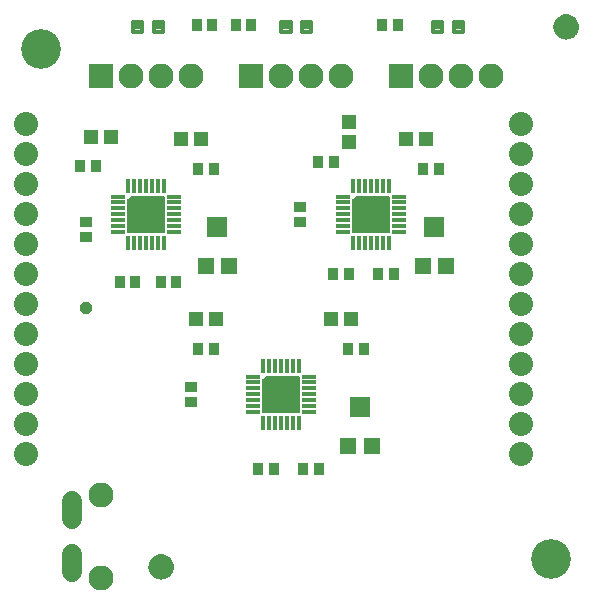
<source format=gts>
G75*
%MOIN*%
%OFA0B0*%
%FSLAX24Y24*%
%IPPOS*%
%LPD*%
%AMOC8*
5,1,8,0,0,1.08239X$1,22.5*
%
%ADD10C,0.1320*%
%ADD11R,0.0513X0.0178*%
%ADD12R,0.0178X0.0513*%
%ADD13C,0.0059*%
%ADD14R,0.0532X0.0532*%
%ADD15R,0.0690X0.0651*%
%ADD16R,0.0454X0.0493*%
%ADD17R,0.0336X0.0414*%
%ADD18R,0.0414X0.0336*%
%ADD19R,0.0828X0.0828*%
%ADD20C,0.0828*%
%ADD21R,0.0493X0.0454*%
%ADD22C,0.0800*%
%ADD23C,0.0136*%
%ADD24C,0.0651*%
%ADD25C,0.0050*%
%ADD26OC8,0.0400*%
D10*
X003760Y018500D03*
X020760Y001500D03*
D11*
X012705Y006409D03*
X012705Y006606D03*
X012705Y006803D03*
X012705Y007000D03*
X012705Y007197D03*
X012705Y007394D03*
X012705Y007591D03*
X010815Y007591D03*
X010815Y007394D03*
X010815Y007197D03*
X010815Y007000D03*
X010815Y006803D03*
X010815Y006606D03*
X010815Y006409D03*
X008205Y012409D03*
X008205Y012606D03*
X008205Y012803D03*
X008205Y013000D03*
X008205Y013197D03*
X008205Y013394D03*
X008205Y013591D03*
X006315Y013591D03*
X006315Y013394D03*
X006315Y013197D03*
X006315Y013000D03*
X006315Y012803D03*
X006315Y012606D03*
X006315Y012409D03*
X013815Y012409D03*
X013815Y012606D03*
X013815Y012803D03*
X013815Y013000D03*
X013815Y013197D03*
X013815Y013394D03*
X013815Y013591D03*
X015705Y013591D03*
X015705Y013394D03*
X015705Y013197D03*
X015705Y013000D03*
X015705Y012803D03*
X015705Y012606D03*
X015705Y012409D03*
D12*
X015351Y012055D03*
X015154Y012055D03*
X014957Y012055D03*
X014760Y012055D03*
X014564Y012055D03*
X014367Y012055D03*
X014170Y012055D03*
X014170Y013945D03*
X014367Y013945D03*
X014564Y013945D03*
X014760Y013945D03*
X014957Y013945D03*
X015154Y013945D03*
X015351Y013945D03*
X012351Y007945D03*
X012154Y007945D03*
X011957Y007945D03*
X011760Y007945D03*
X011564Y007945D03*
X011367Y007945D03*
X011170Y007945D03*
X011170Y006055D03*
X011367Y006055D03*
X011564Y006055D03*
X011760Y006055D03*
X011957Y006055D03*
X012154Y006055D03*
X012351Y006055D03*
X007851Y012055D03*
X007654Y012055D03*
X007457Y012055D03*
X007260Y012055D03*
X007064Y012055D03*
X006867Y012055D03*
X006670Y012055D03*
X006670Y013945D03*
X006867Y013945D03*
X007064Y013945D03*
X007260Y013945D03*
X007457Y013945D03*
X007654Y013945D03*
X007851Y013945D03*
D13*
X007851Y013591D02*
X007851Y012409D01*
X006670Y012409D01*
X006670Y013492D01*
X006695Y013496D01*
X006718Y013506D01*
X006739Y013522D01*
X006754Y013542D01*
X006764Y013565D01*
X006768Y013591D01*
X007851Y013591D01*
X007851Y013545D02*
X006756Y013545D01*
X006670Y013488D02*
X007851Y013488D01*
X007851Y013430D02*
X006670Y013430D01*
X006670Y013373D02*
X007851Y013373D01*
X007851Y013315D02*
X006670Y013315D01*
X006670Y013258D02*
X007851Y013258D01*
X007851Y013200D02*
X006670Y013200D01*
X006670Y013142D02*
X007851Y013142D01*
X007851Y013085D02*
X006670Y013085D01*
X006670Y013027D02*
X007851Y013027D01*
X007851Y012970D02*
X006670Y012970D01*
X006670Y012912D02*
X007851Y012912D01*
X007851Y012855D02*
X006670Y012855D01*
X006670Y012797D02*
X007851Y012797D01*
X007851Y012740D02*
X006670Y012740D01*
X006670Y012682D02*
X007851Y012682D01*
X007851Y012624D02*
X006670Y012624D01*
X006670Y012567D02*
X007851Y012567D01*
X007851Y012509D02*
X006670Y012509D01*
X006670Y012452D02*
X007851Y012452D01*
X011268Y007591D02*
X012351Y007591D01*
X012351Y006409D01*
X011170Y006409D01*
X011170Y007492D01*
X011195Y007496D01*
X011218Y007506D01*
X011239Y007522D01*
X011254Y007542D01*
X011264Y007565D01*
X011268Y007591D01*
X011262Y007560D02*
X012351Y007560D01*
X012351Y007502D02*
X011209Y007502D01*
X011170Y007444D02*
X012351Y007444D01*
X012351Y007387D02*
X011170Y007387D01*
X011170Y007329D02*
X012351Y007329D01*
X012351Y007272D02*
X011170Y007272D01*
X011170Y007214D02*
X012351Y007214D01*
X012351Y007157D02*
X011170Y007157D01*
X011170Y007099D02*
X012351Y007099D01*
X012351Y007042D02*
X011170Y007042D01*
X011170Y006984D02*
X012351Y006984D01*
X012351Y006926D02*
X011170Y006926D01*
X011170Y006869D02*
X012351Y006869D01*
X012351Y006811D02*
X011170Y006811D01*
X011170Y006754D02*
X012351Y006754D01*
X012351Y006696D02*
X011170Y006696D01*
X011170Y006639D02*
X012351Y006639D01*
X012351Y006581D02*
X011170Y006581D01*
X011170Y006524D02*
X012351Y006524D01*
X012351Y006466D02*
X011170Y006466D01*
X014170Y012409D02*
X014170Y013492D01*
X014195Y013496D01*
X014218Y013506D01*
X014239Y013522D01*
X014254Y013542D01*
X014264Y013565D01*
X014268Y013591D01*
X015351Y013591D01*
X015351Y012409D01*
X014170Y012409D01*
X014170Y012452D02*
X015351Y012452D01*
X015351Y012509D02*
X014170Y012509D01*
X014170Y012567D02*
X015351Y012567D01*
X015351Y012624D02*
X014170Y012624D01*
X014170Y012682D02*
X015351Y012682D01*
X015351Y012740D02*
X014170Y012740D01*
X014170Y012797D02*
X015351Y012797D01*
X015351Y012855D02*
X014170Y012855D01*
X014170Y012912D02*
X015351Y012912D01*
X015351Y012970D02*
X014170Y012970D01*
X014170Y013027D02*
X015351Y013027D01*
X015351Y013085D02*
X014170Y013085D01*
X014170Y013142D02*
X015351Y013142D01*
X015351Y013200D02*
X014170Y013200D01*
X014170Y013258D02*
X015351Y013258D01*
X015351Y013315D02*
X014170Y013315D01*
X014170Y013373D02*
X015351Y013373D01*
X015351Y013430D02*
X014170Y013430D01*
X014170Y013488D02*
X015351Y013488D01*
X015351Y013545D02*
X014256Y013545D01*
D14*
X016476Y011291D03*
X017263Y011291D03*
X014779Y005291D03*
X013992Y005291D03*
X010029Y011291D03*
X009242Y011291D03*
D15*
X009635Y012571D03*
X014385Y006571D03*
X016870Y012571D03*
D16*
X016595Y015500D03*
X015926Y015500D03*
X014095Y009500D03*
X013426Y009500D03*
X009595Y009500D03*
X008926Y009500D03*
X009095Y015500D03*
X008426Y015500D03*
X006095Y015563D03*
X005426Y015563D03*
D17*
X005579Y014625D03*
X005067Y014625D03*
X009004Y014500D03*
X009516Y014500D03*
X013004Y014750D03*
X013516Y014750D03*
X016504Y014500D03*
X017016Y014500D03*
X015516Y011000D03*
X015004Y011000D03*
X014016Y011000D03*
X013504Y011000D03*
X014004Y008500D03*
X014516Y008500D03*
X013016Y004500D03*
X012504Y004500D03*
X011516Y004500D03*
X011004Y004500D03*
X009516Y008500D03*
X009004Y008500D03*
X008266Y010750D03*
X007754Y010750D03*
X006891Y010750D03*
X006379Y010750D03*
X008942Y019313D03*
X009454Y019313D03*
X010254Y019313D03*
X010766Y019313D03*
X015129Y019313D03*
X015641Y019313D03*
D18*
X012385Y013256D03*
X012385Y012744D03*
X008760Y007256D03*
X008760Y006744D03*
X005260Y012244D03*
X005260Y012756D03*
D19*
X005760Y017600D03*
X010760Y017600D03*
X015760Y017600D03*
D20*
X016760Y017600D03*
X017760Y017600D03*
X018760Y017600D03*
X013760Y017600D03*
X012760Y017600D03*
X011760Y017600D03*
X008760Y017600D03*
X007760Y017600D03*
X006760Y017600D03*
X005771Y003630D03*
X005771Y000870D03*
D21*
X014010Y015415D03*
X014010Y016085D03*
D22*
X019760Y016000D03*
X019760Y015000D03*
X019760Y014000D03*
X019760Y013000D03*
X019760Y012000D03*
X019760Y011000D03*
X019760Y010000D03*
X019760Y009000D03*
X019760Y008000D03*
X019760Y007000D03*
X019760Y006000D03*
X019760Y005000D03*
X003260Y005000D03*
X003260Y006000D03*
X003260Y007000D03*
X003260Y008000D03*
X003260Y009000D03*
X003260Y010000D03*
X003260Y011000D03*
X003260Y012000D03*
X003260Y013000D03*
X003260Y014000D03*
X003260Y015000D03*
X003260Y016000D03*
D23*
X007137Y019091D02*
X007137Y019409D01*
X007137Y019091D02*
X006819Y019091D01*
X006819Y019409D01*
X007137Y019409D01*
X007137Y019226D02*
X006819Y019226D01*
X006819Y019361D02*
X007137Y019361D01*
X007827Y019409D02*
X007827Y019091D01*
X007509Y019091D01*
X007509Y019409D01*
X007827Y019409D01*
X007827Y019226D02*
X007509Y019226D01*
X007509Y019361D02*
X007827Y019361D01*
X011756Y019409D02*
X011756Y019091D01*
X011756Y019409D02*
X012074Y019409D01*
X012074Y019091D01*
X011756Y019091D01*
X011756Y019226D02*
X012074Y019226D01*
X012074Y019361D02*
X011756Y019361D01*
X012447Y019409D02*
X012447Y019091D01*
X012447Y019409D02*
X012765Y019409D01*
X012765Y019091D01*
X012447Y019091D01*
X012447Y019226D02*
X012765Y019226D01*
X012765Y019361D02*
X012447Y019361D01*
X016819Y019409D02*
X016819Y019091D01*
X016819Y019409D02*
X017137Y019409D01*
X017137Y019091D01*
X016819Y019091D01*
X016819Y019226D02*
X017137Y019226D01*
X017137Y019361D02*
X016819Y019361D01*
X017509Y019409D02*
X017509Y019091D01*
X017509Y019409D02*
X017827Y019409D01*
X017827Y019091D01*
X017509Y019091D01*
X017509Y019226D02*
X017827Y019226D01*
X017827Y019361D02*
X017509Y019361D01*
D24*
X004790Y001659D02*
X004790Y001069D01*
X004790Y002841D02*
X004790Y003431D01*
D25*
X007419Y001447D02*
X007390Y001385D01*
X007373Y001318D01*
X007367Y001250D01*
X007373Y001182D01*
X007390Y001115D01*
X007419Y001053D01*
X007459Y000997D01*
X007507Y000948D01*
X007564Y000909D01*
X007626Y000880D01*
X007692Y000862D01*
X007760Y000856D01*
X007829Y000862D01*
X007895Y000880D01*
X007957Y000909D01*
X008013Y000948D01*
X008062Y000997D01*
X008101Y001053D01*
X008130Y001115D01*
X008148Y001182D01*
X008154Y001250D01*
X008148Y001318D01*
X008130Y001385D01*
X008101Y001447D01*
X008062Y001503D01*
X008013Y001552D01*
X007957Y001591D01*
X007895Y001620D01*
X007829Y001638D01*
X007760Y001644D01*
X007692Y001638D01*
X007626Y001620D01*
X007564Y001591D01*
X007507Y001552D01*
X007459Y001503D01*
X007419Y001447D01*
X007430Y001463D02*
X008090Y001463D01*
X008117Y001414D02*
X007404Y001414D01*
X007385Y001366D02*
X008135Y001366D01*
X008148Y001317D02*
X007373Y001317D01*
X007368Y001269D02*
X008152Y001269D01*
X008151Y001220D02*
X007369Y001220D01*
X007375Y001172D02*
X008145Y001172D01*
X008132Y001123D02*
X007388Y001123D01*
X007409Y001075D02*
X008111Y001075D01*
X008082Y001026D02*
X007438Y001026D01*
X007478Y000978D02*
X008043Y000978D01*
X007986Y000929D02*
X007535Y000929D01*
X007625Y000881D02*
X007896Y000881D01*
X008054Y001511D02*
X007467Y001511D01*
X007519Y001560D02*
X008002Y001560D01*
X007921Y001608D02*
X007600Y001608D01*
X021007Y018948D02*
X021064Y018909D01*
X021126Y018880D01*
X021192Y018862D01*
X021260Y018856D01*
X021329Y018862D01*
X021395Y018880D01*
X021457Y018909D01*
X021513Y018948D01*
X021562Y018997D01*
X021601Y019053D01*
X021630Y019115D01*
X021648Y019182D01*
X021654Y019250D01*
X021648Y019318D01*
X021630Y019385D01*
X021601Y019447D01*
X021562Y019503D01*
X021513Y019552D01*
X021457Y019591D01*
X021395Y019620D01*
X021329Y019638D01*
X021260Y019644D01*
X021192Y019638D01*
X021126Y019620D01*
X021064Y019591D01*
X021007Y019552D01*
X020959Y019503D01*
X020919Y019447D01*
X020890Y019385D01*
X020873Y019318D01*
X020867Y019250D01*
X020873Y019182D01*
X020890Y019115D01*
X020919Y019053D01*
X020959Y018997D01*
X021007Y018948D01*
X020985Y018971D02*
X021536Y018971D01*
X021578Y019020D02*
X020943Y019020D01*
X020912Y019068D02*
X021608Y019068D01*
X021631Y019117D02*
X020890Y019117D01*
X020877Y019165D02*
X021644Y019165D01*
X021651Y019214D02*
X020870Y019214D01*
X020868Y019262D02*
X021653Y019262D01*
X021649Y019311D02*
X020872Y019311D01*
X020884Y019359D02*
X021637Y019359D01*
X021620Y019408D02*
X020901Y019408D01*
X020926Y019456D02*
X021595Y019456D01*
X021560Y019505D02*
X020960Y019505D01*
X021009Y019553D02*
X021511Y019553D01*
X021434Y019602D02*
X021086Y019602D01*
X021044Y018923D02*
X021477Y018923D01*
X021373Y018874D02*
X021148Y018874D01*
D26*
X005260Y009875D03*
M02*

</source>
